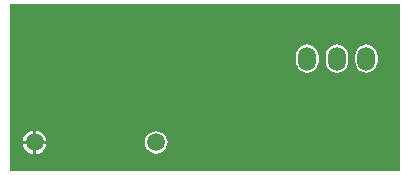
<source format=gbl>
G04*
G04 #@! TF.GenerationSoftware,Altium Limited,Altium Designer,20.1.14 (287)*
G04*
G04 Layer_Physical_Order=2*
G04 Layer_Color=16711680*
%FSLAX25Y25*%
%MOIN*%
G70*
G04*
G04 #@! TF.SameCoordinates,1A763A23-7295-4F3A-9B5C-2D741166247D*
G04*
G04*
G04 #@! TF.FilePolarity,Positive*
G04*
G01*
G75*
%ADD37C,0.05906*%
%ADD38O,0.05906X0.07874*%
%ADD39C,0.02200*%
G36*
X129921Y104331D02*
X0D01*
Y160000D01*
X129921D01*
Y104331D01*
D02*
G37*
%LPC*%
G36*
X118898Y146489D02*
X117921Y146360D01*
X117011Y145984D01*
X116230Y145384D01*
X115631Y144603D01*
X115254Y143693D01*
X115125Y142717D01*
Y140748D01*
X115254Y139772D01*
X115631Y138862D01*
X116230Y138081D01*
X117011Y137481D01*
X117921Y137104D01*
X118898Y136976D01*
X119874Y137104D01*
X120784Y137481D01*
X121565Y138081D01*
X122165Y138862D01*
X122541Y139772D01*
X122670Y140748D01*
Y142717D01*
X122541Y143693D01*
X122165Y144603D01*
X121565Y145384D01*
X120784Y145984D01*
X119874Y146360D01*
X118898Y146489D01*
D02*
G37*
G36*
X109055D02*
X108079Y146360D01*
X107169Y145984D01*
X106388Y145384D01*
X105788Y144603D01*
X105411Y143693D01*
X105283Y142717D01*
Y140748D01*
X105411Y139772D01*
X105788Y138862D01*
X106388Y138081D01*
X107169Y137481D01*
X108079Y137104D01*
X109055Y136976D01*
X110031Y137104D01*
X110941Y137481D01*
X111723Y138081D01*
X112322Y138862D01*
X112699Y139772D01*
X112828Y140748D01*
Y142717D01*
X112699Y143693D01*
X112322Y144603D01*
X111723Y145384D01*
X110941Y145984D01*
X110031Y146360D01*
X109055Y146489D01*
D02*
G37*
G36*
X99213D02*
X98236Y146360D01*
X97326Y145984D01*
X96545Y145384D01*
X95946Y144603D01*
X95569Y143693D01*
X95440Y142717D01*
Y140748D01*
X95569Y139772D01*
X95946Y138862D01*
X96545Y138081D01*
X97326Y137481D01*
X98236Y137104D01*
X99213Y136976D01*
X100189Y137104D01*
X101099Y137481D01*
X101880Y138081D01*
X102480Y138862D01*
X102857Y139772D01*
X102985Y140748D01*
Y142717D01*
X102857Y143693D01*
X102480Y144603D01*
X101880Y145384D01*
X101099Y145984D01*
X100189Y146360D01*
X99213Y146489D01*
D02*
G37*
G36*
X8768Y117701D02*
Y114279D01*
X12189D01*
X12119Y114811D01*
X11720Y115773D01*
X11087Y116599D01*
X10261Y117232D01*
X9300Y117631D01*
X8768Y117701D01*
D02*
G37*
G36*
X7768D02*
X7236Y117631D01*
X6274Y117232D01*
X5449Y116599D01*
X4815Y115773D01*
X4417Y114811D01*
X4347Y114279D01*
X7768D01*
Y117701D01*
D02*
G37*
G36*
X48819Y117552D02*
X47842Y117423D01*
X46933Y117046D01*
X46151Y116447D01*
X45552Y115666D01*
X45175Y114756D01*
X45046Y113779D01*
X45175Y112803D01*
X45552Y111893D01*
X46151Y111112D01*
X46933Y110512D01*
X47842Y110136D01*
X48819Y110007D01*
X49795Y110136D01*
X50705Y110512D01*
X51486Y111112D01*
X52086Y111893D01*
X52463Y112803D01*
X52591Y113779D01*
X52463Y114756D01*
X52086Y115666D01*
X51486Y116447D01*
X50705Y117046D01*
X49795Y117423D01*
X48819Y117552D01*
D02*
G37*
G36*
X12189Y113279D02*
X8768D01*
Y109859D01*
X9300Y109929D01*
X10261Y110327D01*
X11087Y110960D01*
X11720Y111786D01*
X12119Y112748D01*
X12189Y113279D01*
D02*
G37*
G36*
X7768D02*
X4347D01*
X4417Y112748D01*
X4815Y111786D01*
X5449Y110960D01*
X6274Y110327D01*
X7236Y109929D01*
X7768Y109859D01*
Y113279D01*
D02*
G37*
%LPD*%
D37*
X48819Y113779D02*
D03*
X8268D02*
D03*
D38*
X118898Y141732D02*
D03*
X109055D02*
D03*
X99213D02*
D03*
D39*
X59449Y111024D02*
D03*
X79528Y133465D02*
D03*
X124016Y119291D02*
D03*
M02*

</source>
